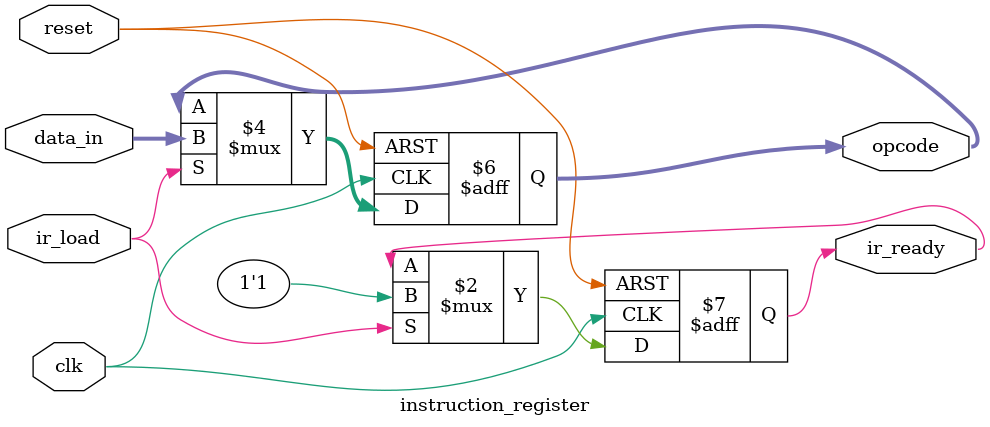
<source format=v>
`timescale 1ns / 1ps


`timescale 1ns / 1ps

module instruction_register(
    input clk, reset, ir_load,
    input [7:0] data_in,
    output reg [7:0] opcode,
    output reg ir_ready
);
    
    always @(posedge clk or posedge reset) begin
        if (reset) begin
            opcode <= 8'h00;
            ir_ready <= 0;
        end
        else if (ir_load) begin
            opcode <= data_in;
            ir_ready <= 1;
        end
    end
endmodule

</source>
